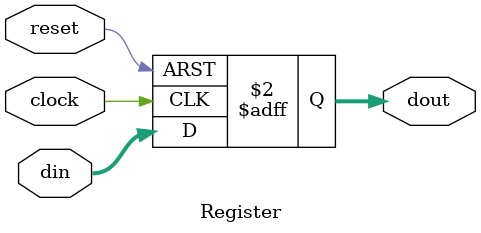
<source format=v>
module Register #(
    parameter INITIAL_VALUE = 4'b0  
)(
    input wire clock, reset,
    input wire [3:0] din,  
    output reg [3:0] dout
);

    always @(negedge clock or posedge reset) begin
        if (reset) begin
            dout <= INITIAL_VALUE; 
        end else begin
            dout <= din; 
        end
    end

endmodule
</source>
